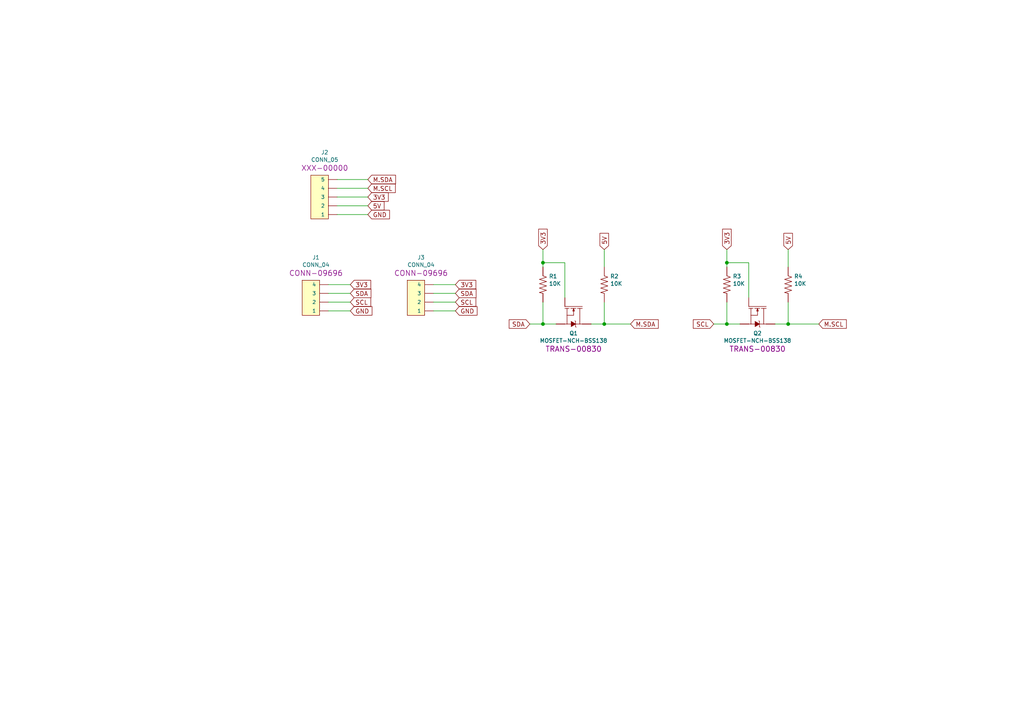
<source format=kicad_sch>
(kicad_sch (version 20211123) (generator eeschema)
  (paper "A4")
  (title_block (title "PS-33D-Adapter") (date "2021-11-11") (rev "V01") (company "neosarchizo"))
  (lib_symbols
    (symbol "SparkFun-Connectors:CONN_04" (pin_numbers hide) (pin_names (offset 1.016))
      (property "Reference" "J" (at -5.08 10.16 0))
      (property "Value" "CONN_04" (at -5.08 -3.81 0))
      (property "Field4" "CONN-09696" (at 0 13.97 0))
      (symbol "CONN_04_0_1"
        (rectangle (start 0 -1.27) (end -5.08 8.89) (fill (type background)))
      )
      (symbol "CONN_04_1_1"
        (pin passive line (at 2.54 0 180) (length 2.54) (name "1") (number "1"))
        (pin passive line (at 2.54 2.54 180) (length 2.54) (name "2") (number "2"))
        (pin passive line (at 2.54 5.08 180) (length 2.54) (name "3") (number "3"))
        (pin passive line (at 2.54 7.62 180) (length 2.54) (name "4") (number "4"))
      )
    )
    (symbol "SparkFun-Connectors:CONN_05" (pin_numbers hide) (pin_names (offset 1.016))
      (property "Reference" "J" (at -5.08 12.7 0))
      (property "Value" "CONN_05" (at -5.08 -3.81 0))
      (property "Field4" "XXX-00000" (at 0 16.51 0))
      (symbol "CONN_05_0_1"
        (rectangle (start 0 -1.27) (end -5.08 11.43) (fill (type background)))
      )
      (symbol "CONN_05_1_1"
        (pin passive line (at 2.54 0 180) (length 2.54) (name "1") (number "1"))
        (pin passive line (at 2.54 2.54 180) (length 2.54) (name "2") (number "2"))
        (pin passive line (at 2.54 5.08 180) (length 2.54) (name "3") (number "3"))
        (pin passive line (at 2.54 7.62 180) (length 2.54) (name "4") (number "4"))
        (pin passive line (at 2.54 10.16 180) (length 2.54) (name "5") (number "5"))
      )
    )
    (symbol "SparkFun-DiscreteSemi:MOSFET-NCH-BSS138" (pin_numbers hide) (pin_names (offset 1.016) hide)
      (property "Reference" "Q" (at 3.81 3.81 0))
      (property "Value" "MOSFET-NCH-BSS138" (at 3.81 -5.08 0))
      (property "Field4" "TRANS-00830" (at 0 7.62 0))
      (symbol "MOSFET-NCH-BSS138_1_0"
        (polyline (pts (xy -2.54 -2.54) (xy -2.54 2.54)))
        (polyline (pts (xy -1.9812 -1.905) (xy -1.9812 -2.54)))
        (polyline (pts (xy -1.9812 -1.905) (xy 0 -1.905)))
        (polyline (pts (xy -1.9812 -1.2954) (xy -1.9812 -1.905)))
        (polyline (pts (xy -1.9812 0.6858) (xy -1.9812 -0.8382)))
        (polyline (pts (xy -1.9812 1.8034) (xy -1.9812 1.0922)))
        (polyline (pts (xy -1.9812 1.8034) (xy 2.54 1.8034)))
        (polyline (pts (xy -1.9812 2.54) (xy -1.9812 1.8034)))
        (polyline (pts (xy 0 -1.905) (xy 0 0)))
        (polyline (pts (xy 0 0) (xy -1.2192 0)))
        (polyline (pts (xy 1.6002 0.381) (xy 1.778 0.5588)))
        (polyline (pts (xy 2.54 -2.54) (xy 2.54 -1.905)))
        (polyline (pts (xy 2.54 -1.905) (xy 0 -1.905)))
        (polyline (pts (xy 2.54 -0.7112) (xy 2.54 -1.905)))
        (polyline (pts (xy 2.54 0.5588) (xy 1.778 0.5588)))
        (polyline (pts (xy 2.54 0.5588) (xy 3.302 0.5588)))
        (polyline (pts (xy 2.54 1.8034) (xy 2.54 0.5588)))
        (polyline (pts (xy 2.54 2.54) (xy 2.54 1.8034)))
        (polyline (pts (xy 3.302 0.5588) (xy 3.4798 0.7366)))
      )
      (symbol "MOSFET-NCH-BSS138_1_1"
        (polyline (pts (xy -1.9812 0) (xy -1.2192 0.254) (xy -1.2192 0.254) (xy -1.2192 -0.254) (xy -1.2192 -0.254) (xy -1.9812 0)) (fill (type outline)))
        (polyline (pts (xy 1.778 -0.7112) (xy 2.54 0.5588) (xy 2.54 0.5588) (xy 3.302 -0.7112) (xy 3.302 -0.7112) (xy 1.778 -0.7112)) (fill (type outline)))
        (pin bidirectional line (at -5.08 -2.54 0) (length 2.54) (name "G") (number "1"))
        (pin bidirectional line (at 2.54 -5.08 90) (length 2.54) (name "S") (number "2"))
        (pin bidirectional line (at 2.54 5.08 270) (length 2.54) (name "D") (number "3"))
      )
    )
    (symbol "SparkFun-Resistors:RESISTOR0603" (pin_numbers hide) (pin_names (offset 1.016) hide)
      (property "Reference" "R" (at -5.08 1.27 0))
      (property "Value" "RESISTOR0603" (at -5.08 -3.81 0))
      (property "Field4" " " (at 0 5.08 0))
      (symbol "RESISTOR0603_1_0"
        (polyline (pts (xy -2.54 0) (xy -2.159 1.016)))
        (polyline (pts (xy -2.159 1.016) (xy -1.524 -1.016)))
        (polyline (pts (xy -1.524 -1.016) (xy -0.889 1.016)))
        (polyline (pts (xy -0.889 1.016) (xy -0.254 -1.016)))
        (polyline (pts (xy -0.254 -1.016) (xy 0.381 1.016)))
        (polyline (pts (xy 0.381 1.016) (xy 1.016 -1.016)))
        (polyline (pts (xy 1.016 -1.016) (xy 1.651 1.016)))
        (polyline (pts (xy 1.651 1.016) (xy 2.286 -1.016)))
        (polyline (pts (xy 2.286 -1.016) (xy 2.54 0)))
      )
      (symbol "RESISTOR0603_1_1"
        (pin passive line (at -5.08 0 0) (length 2.54) (name "1") (number "1"))
        (pin passive line (at 5.08 0 180) (length 2.54) (name "2") (number "2"))
      )
    )
  )
  (junction (at 157.48 93.98))
  (junction (at 228.6 93.98))
  (junction (at 210.82 93.98))
  (junction (at 157.48 76.2))
  (junction (at 175.26 93.98))
  (junction (at 210.82 76.2))
  (wire (pts (xy 125.73 85.09) (xy 132.08 85.09)))
  (wire (pts (xy 228.6 93.98) (xy 237.49 93.98)))
  (wire (pts (xy 157.48 72.39) (xy 157.48 76.2)))
  (wire (pts (xy 228.6 87.63) (xy 228.6 93.98)))
  (wire (pts (xy 97.79 59.69) (xy 106.68 59.69)))
  (wire (pts (xy 97.79 57.15) (xy 106.68 57.15)))
  (wire (pts (xy 163.83 76.2) (xy 163.83 86.36)))
  (wire (pts (xy 210.82 93.98) (xy 207.01 93.98)))
  (wire (pts (xy 125.73 87.63) (xy 132.08 87.63)))
  (wire (pts (xy 161.29 93.98) (xy 157.48 93.98)))
  (wire (pts (xy 157.48 76.2) (xy 163.83 76.2)))
  (wire (pts (xy 95.25 82.55) (xy 101.6 82.55)))
  (wire (pts (xy 175.26 87.63) (xy 175.26 93.98)))
  (wire (pts (xy 97.79 62.23) (xy 106.68 62.23)))
  (wire (pts (xy 224.79 93.98) (xy 228.6 93.98)))
  (wire (pts (xy 95.25 87.63) (xy 101.6 87.63)))
  (wire (pts (xy 210.82 76.2) (xy 217.17 76.2)))
  (wire (pts (xy 97.79 54.61) (xy 106.68 54.61)))
  (wire (pts (xy 95.25 85.09) (xy 101.6 85.09)))
  (wire (pts (xy 125.73 82.55) (xy 132.08 82.55)))
  (wire (pts (xy 210.82 76.2) (xy 210.82 77.47)))
  (wire (pts (xy 157.48 87.63) (xy 157.48 93.98)))
  (wire (pts (xy 214.63 93.98) (xy 210.82 93.98)))
  (wire (pts (xy 228.6 72.39) (xy 228.6 77.47)))
  (wire (pts (xy 157.48 93.98) (xy 153.67 93.98)))
  (wire (pts (xy 210.82 72.39) (xy 210.82 76.2)))
  (wire (pts (xy 210.82 87.63) (xy 210.82 93.98)))
  (wire (pts (xy 175.26 93.98) (xy 182.88 93.98)))
  (wire (pts (xy 95.25 90.17) (xy 101.6 90.17)))
  (wire (pts (xy 175.26 72.39) (xy 175.26 77.47)))
  (wire (pts (xy 97.79 52.07) (xy 106.68 52.07)))
  (wire (pts (xy 217.17 76.2) (xy 217.17 86.36)))
  (wire (pts (xy 171.45 93.98) (xy 175.26 93.98)))
  (wire (pts (xy 157.48 76.2) (xy 157.48 77.47)))
  (wire (pts (xy 125.73 90.17) (xy 132.08 90.17)))
  (global_label "3V3" (shape input) (at 106.68 57.15 0) (property "Intersheet References" "${INTERSHEET_REFS}" (effects hide)))
  (global_label "3V3" (shape input) (at 157.48 72.39 90) (property "Intersheet References" "${INTERSHEET_REFS}" (effects hide)))
  (global_label "3V3" (shape input) (at 210.82 72.39 90) (property "Intersheet References" "${INTERSHEET_REFS}" (effects hide)))
  (global_label "M.SCL" (shape input) (at 237.49 93.98 0) (property "Intersheet References" "${INTERSHEET_REFS}" (effects hide)))
  (global_label "M.SCL" (shape input) (at 106.68 54.61 0) (property "Intersheet References" "${INTERSHEET_REFS}" (effects hide)))
  (global_label "SDA" (shape input) (at 101.6 85.09 0) (property "Intersheet References" "${INTERSHEET_REFS}" (effects hide)))
  (global_label "M.SDA" (shape input) (at 182.88 93.98 0) (property "Intersheet References" "${INTERSHEET_REFS}" (effects hide)))
  (global_label "SCL" (shape input) (at 101.6 87.63 0) (property "Intersheet References" "${INTERSHEET_REFS}" (effects hide)))
  (global_label "SDA" (shape input) (at 132.08 85.09 0) (property "Intersheet References" "${INTERSHEET_REFS}" (effects hide)))
  (global_label "SDA" (shape input) (at 153.67 93.98 180) (property "Intersheet References" "${INTERSHEET_REFS}" (effects hide)))
  (global_label "3V3" (shape input) (at 132.08 82.55 0) (property "Intersheet References" "${INTERSHEET_REFS}" (effects hide)))
  (global_label "5V" (shape input) (at 106.68 59.69 0) (property "Intersheet References" "${INTERSHEET_REFS}" (effects hide)))
  (global_label "5V" (shape input) (at 228.6 72.39 90) (property "Intersheet References" "${INTERSHEET_REFS}" (effects hide)))
  (global_label "3V3" (shape input) (at 101.6 82.55 0) (property "Intersheet References" "${INTERSHEET_REFS}" (effects hide)))
  (global_label "M.SDA" (shape input) (at 106.68 52.07 0) (property "Intersheet References" "${INTERSHEET_REFS}" (effects hide)))
  (global_label "GND" (shape input) (at 101.6 90.17 0) (property "Intersheet References" "${INTERSHEET_REFS}" (effects hide)))
  (global_label "SCL" (shape input) (at 132.08 87.63 0) (property "Intersheet References" "${INTERSHEET_REFS}" (effects hide)))
  (global_label "SCL" (shape input) (at 207.01 93.98 180) (property "Intersheet References" "${INTERSHEET_REFS}" (effects hide)))
  (global_label "5V" (shape input) (at 175.26 72.39 90) (property "Intersheet References" "${INTERSHEET_REFS}" (effects hide)))
  (global_label "GND" (shape input) (at 132.08 90.17 0) (property "Intersheet References" "${INTERSHEET_REFS}" (effects hide)))
  (global_label "GND" (shape input) (at 106.68 62.23 0) (property "Intersheet References" "${INTERSHEET_REFS}" (effects hide)))
  (symbol (lib_id "SparkFun-DiscreteSemi:MOSFET-NCH-BSS138") (at 166.37 91.44 270) (unit 1)
    (property "Reference" "Q1" (at 166.37 96.6724 90) (effects (font (size 1.143 1.143))))
    (property "Value" "MOSFET-NCH-BSS138" (at 166.37 98.806 90) (effects (font (size 1.143 1.143))))
    (property "Footprint" "Silicon-Standard:SOT23-3" (effects hide))
    (property "Field4" "TRANS-00830" (at 166.37 101.219 90) (effects (font (size 1.524 1.524))))
  )
  (symbol (lib_id "SparkFun-Resistors:RESISTOR0603") (at 157.48 82.55 270) (unit 1)
    (property "Reference" "R1" (at 159.2072 80.137 90) (effects (font (size 1.143 1.143)) (justify left)))
    (property "Value" "10K" (at 159.2072 82.2706 90) (effects (font (size 1.143 1.143)) (justify left)))
    (property "Footprint" "Resistors:0603" (effects hide))
    (property "Field4" " " (at 159.2072 84.6836 90) (effects (font (size 1.524 1.524)) (justify left)))
  )
  (symbol (lib_id "SparkFun-Resistors:RESISTOR0603") (at 175.26 82.55 270) (unit 1)
    (property "Reference" "R2" (at 176.9872 80.137 90) (effects (font (size 1.143 1.143)) (justify left)))
    (property "Value" "10K" (at 176.9872 82.2706 90) (effects (font (size 1.143 1.143)) (justify left)))
    (property "Footprint" "Resistors:0603" (effects hide))
    (property "Field4" " " (at 176.9872 84.6836 90) (effects (font (size 1.524 1.524)) (justify left)))
  )
  (symbol (lib_id "SparkFun-Resistors:RESISTOR0603") (at 210.82 82.55 270) (unit 1)
    (property "Reference" "R3" (at 212.5472 80.137 90) (effects (font (size 1.143 1.143)) (justify left)))
    (property "Value" "10K" (at 212.5472 82.2706 90) (effects (font (size 1.143 1.143)) (justify left)))
    (property "Footprint" "Resistors:0603" (effects hide))
    (property "Field4" " " (at 212.5472 84.6836 90) (effects (font (size 1.524 1.524)) (justify left)))
  )
  (symbol (lib_id "SparkFun-DiscreteSemi:MOSFET-NCH-BSS138") (at 219.71 91.44 270) (unit 1)
    (property "Reference" "Q2" (at 219.71 96.6724 90) (effects (font (size 1.143 1.143))))
    (property "Value" "MOSFET-NCH-BSS138" (at 219.71 98.806 90) (effects (font (size 1.143 1.143))))
    (property "Footprint" "Silicon-Standard:SOT23-3" (effects hide))
    (property "Field4" "TRANS-00830" (at 219.71 101.219 90) (effects (font (size 1.524 1.524))))
  )
  (symbol (lib_id "SparkFun-Resistors:RESISTOR0603") (at 228.6 82.55 270) (unit 1)
    (property "Reference" "R4" (at 230.3272 80.137 90) (effects (font (size 1.143 1.143)) (justify left)))
    (property "Value" "10K" (at 230.3272 82.2706 90) (effects (font (size 1.143 1.143)) (justify left)))
    (property "Footprint" "Resistors:0603" (effects hide))
    (property "Field4" " " (at 230.3272 84.6836 90) (effects (font (size 1.524 1.524)) (justify left)))
  )
  (symbol (lib_id "SparkFun-Connectors:CONN_05") (at 95.25 62.23 0) (unit 1)
    (property "Reference" "J2" (at 94.1832 44.196 0) (effects (font (size 1.143 1.143))))
    (property "Value" "CONN_05" (at 94.1832 46.3296 0) (effects (font (size 1.143 1.143))))
    (property "Footprint" "Connector_PinHeader_2.54mm:PinHeader_1x05_P2.54mm_Vertical" (effects hide))
    (property "Field4" "XXX-00000" (at 94.1832 48.7426 0) (effects (font (size 1.524 1.524))))
  )
  (symbol (lib_id "SparkFun-Connectors:CONN_04") (at 92.71 90.17 0) (unit 1)
    (property "Reference" "J1" (at 91.6432 74.676 0) (effects (font (size 1.143 1.143))))
    (property "Value" "CONN_04" (at 91.6432 76.8096 0) (effects (font (size 1.143 1.143))))
    (property "Footprint" "Connector_PinHeader_2.54mm:PinHeader_1x04_P2.54mm_Vertical" (effects hide))
    (property "Field4" "CONN-09696" (at 91.6432 79.2226 0) (effects (font (size 1.524 1.524))))
  )
  (symbol (lib_id "SparkFun-Connectors:CONN_04") (at 123.19 90.17 0) (unit 1)
    (property "Reference" "J3" (at 122.1232 74.676 0) (effects (font (size 1.143 1.143))))
    (property "Value" "CONN_04" (at 122.1232 76.8096 0) (effects (font (size 1.143 1.143))))
    (property "Footprint" "Connector_PinHeader_2.54mm:PinHeader_1x04_P2.54mm_Vertical" (effects hide))
    (property "Field4" "CONN-09696" (at 122.1232 79.2226 0) (effects (font (size 1.524 1.524))))
  )
)
</source>
